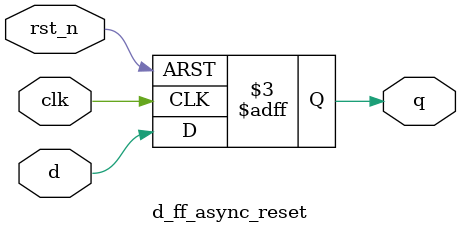
<source format=v>
`timescale 1ns / 1ps


// D Flip-Flop with async active-low reset
module d_ff_async_reset (
    input  wire clk,     
    input  wire rst_n,   
    input  wire d,       
    output reg  q        
);
    always @(posedge clk or negedge rst_n) begin
        if (!rst_n)
            q <= 1'b0;   
        else
            q <= d;      
    end
endmodule
  



</source>
